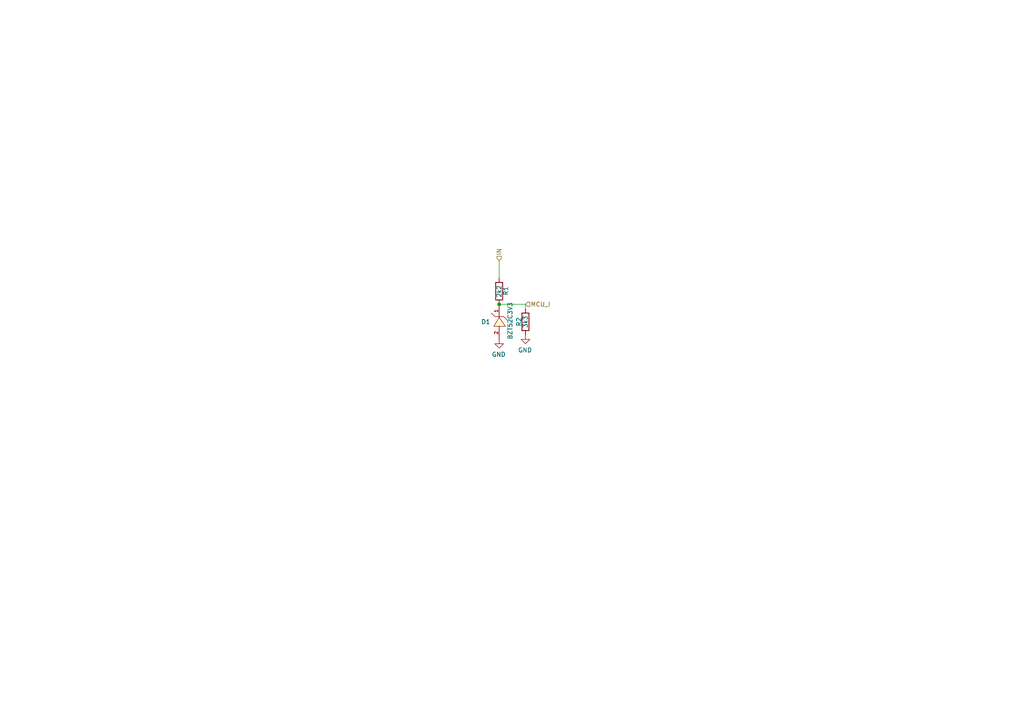
<source format=kicad_sch>
(kicad_sch (version 20230121) (generator eeschema)
  (paper "A4")
  (lib_symbols
    (symbol "3DS:BZT52C3V3_C2112" (pin_names hide)
      (property "Reference" "D" (at 0 1.27 0))
      (property "Value" "BZT52C3V3_C2112" (at 0 -2.54 0))
      (symbol "BZT52C3V3_C2112_0_0"
        (polyline (pts (xy -104.14 65.786) (xy -103.124 64.77) (xy -103.124 62.23) (xy -102.108 61.214)))
        (polyline (pts (xy -100.33 65.024) (xy -102.87 63.5) (xy -100.33 61.722) (xy -100.33 65.024)) (fill (type background)))
        (pin unspecified line (at -106.68 63.5 0) (length 3.81) (name "K") (number "1"))
        (pin unspecified line (at -96.52 63.5 180) (length 3.81) (name "A") (number "2"))
      )
    )
    (symbol "Device:R" (pin_numbers hide) (pin_names (offset 0))
      (property "Reference" "R" (at 2.032 0 90))
      (property "Value" "R" (at 0 0 90))
      (symbol "R_0_1"
        (rectangle (start -1.016 -2.54) (end 1.016 2.54) (stroke (width 0.254)))
      )
      (symbol "R_1_1"
        (pin passive line (at 0 3.81 270) (length 1.27) (name "~") (number "1"))
        (pin passive line (at 0 -3.81 90) (length 1.27) (name "~") (number "2"))
      )
    )
    (symbol "power:GND" (power) (pin_names (offset 0))
      (property "Value" "GND" (at 0 -3.81 0))
      (symbol "GND_0_1"
        (polyline (pts (xy 0 0) (xy 0 -1.27) (xy 1.27 -1.27) (xy 0 -2.54) (xy -1.27 -1.27) (xy 0 -1.27)))
      )
      (symbol "GND_1_1"
        (pin power_in line (at 0 0 270) (length 0) hide (name "GND") (number "1"))
      )
    )
  )
  (junction (at 144.78 88.265))
  (wire (pts (xy 144.78 75.565) (xy 144.78 80.645)))
  (wire (pts (xy 152.4 88.265) (xy 152.4 89.535)))
  (wire (pts (xy 144.78 88.265) (xy 152.4 88.265)))
  (hierarchical_label "MCU_I" (shape input) (at 152.4 88.265 0))
  (hierarchical_label "IN" (shape input) (at 144.78 75.565 90))
  (symbol (lib_id "3DS:BZT52C3V3_C2112") (at 208.28 194.945 90) (mirror x) (unit 1)
    (property "Reference" "D2" (at 142.24 93.345 90) (effects (justify left)))
    (property "Value" "BZT52C3V3" (at 147.955 87.63 0) (effects (justify left)))
    (property "Footprint" "3DS:SOD-123_L2.8-W1.8-LS3.7-RD" (effects hide))
    (property "Datasheet" "https://item.szlcsc.com/301422.html" (effects hide))
    (property "LCSC" "C2112" (effects hide))
    (instances (project "DousFAN" (path "" (reference "D1") (unit 1)) (path "" (reference "D2") (unit 1)) (path "" (reference "D3") (unit 1)) (path "" (reference "D4") (unit 1)) (path "" (reference "D5") (unit 1)) (path "" (reference "D6") (unit 1)) (path "" (reference "D8") (unit 1)) (path "" (reference "D7") (unit 1)) (path "" (reference "D9") (unit 1)) (path "" (reference "D10") (unit 1))) (project "TR_ctrl_board" (path "" (reference "D1") (unit 1))) (project "IO_module_Master" (path "" (reference "D28") (unit 1)) (path "" (reference "D10") (unit 1)) (path "" (reference "D15") (unit 1)) (path "" (reference "D17") (unit 1)) (path "" (reference "D19") (unit 1)) (path "" (reference "D1") (unit 1)) (path "" (reference "D20") (unit 1))))
  )
  (symbol (lib_id "power:GND") (at 152.4 97.155 0) (mirror y) (unit 1)
    (property "Reference" "#PWR08" (effects hide))
    (property "Value" "GND" (at 152.273 101.5492 0))
    (instances (project "DousFAN" (path "" (reference "#PWR02") (unit 1)) (path "" (reference "#PWR016") (unit 1)) (path "" (reference "#PWR022") (unit 1)) (path "" (reference "#PWR028") (unit 1)) (path "" (reference "#PWR038") (unit 1)) (path "" (reference "#PWR040") (unit 1)) (path "" (reference "#PWR060") (unit 1)) (path "" (reference "#PWR058") (unit 1)) (path "" (reference "#PWR062") (unit 1)) (path "" (reference "#PWR064") (unit 1))) (project "TR_ctrl_board" (path "" (reference "#PWR041") (unit 1))) (project "IO_module_Master" (path "" (reference "#PWR0159") (unit 1)) (path "" (reference "#PWR090") (unit 1)) (path "" (reference "#PWR096") (unit 1)) (path "" (reference "#PWR0100") (unit 1)) (path "" (reference "#PWR0104") (unit 1)) (path "" (reference "#PWR0156") (unit 1)) (path "" (reference "#PWR0106") (unit 1))))
  )
  (symbol (lib_id "power:GND") (at 144.78 98.425 0) (mirror y) (unit 1)
    (property "Reference" "#PWR07" (effects hide))
    (property "Value" "GND" (at 144.653 102.8192 0))
    (instances (project "DousFAN" (path "" (reference "#PWR01") (unit 1)) (path "" (reference "#PWR015") (unit 1)) (path "" (reference "#PWR021") (unit 1)) (path "" (reference "#PWR027") (unit 1)) (path "" (reference "#PWR037") (unit 1)) (path "" (reference "#PWR039") (unit 1)) (path "" (reference "#PWR059") (unit 1)) (path "" (reference "#PWR057") (unit 1)) (path "" (reference "#PWR061") (unit 1)) (path "" (reference "#PWR063") (unit 1))) (project "TR_ctrl_board" (path "" (reference "#PWR041") (unit 1))) (project "IO_module_Master" (path "" (reference "#PWR0158") (unit 1)) (path "" (reference "#PWR089") (unit 1)) (path "" (reference "#PWR093") (unit 1)) (path "" (reference "#PWR099") (unit 1)) (path "" (reference "#PWR0103") (unit 1)) (path "" (reference "#PWR036") (unit 1)) (path "" (reference "#PWR0105") (unit 1))))
  )
  (symbol (lib_id "Device:R") (at 152.4 93.345 0) (mirror y) (unit 1)
    (property "Reference" "R6" (at 150.495 93.345 90))
    (property "Value" "3k3" (at 152.4 93.345 90))
    (property "Footprint" "Resistor_SMD:R_0603_1608Metric" (effects hide))
    (property "LCSC" "C22978" (effects hide))
    (instances (project "DousFAN" (path "" (reference "R2") (unit 1)) (path "" (reference "R8") (unit 1)) (path "" (reference "R12") (unit 1)) (path "" (reference "R16") (unit 1)) (path "" (reference "R22") (unit 1)) (path "" (reference "R24") (unit 1)) (path "" (reference "R36") (unit 1)) (path "" (reference "R34") (unit 1)) (path "" (reference "R38") (unit 1)) (path "" (reference "R40") (unit 1))) (project "TR_ctrl_board" (path "" (reference "R21") (unit 1))) (project "IO_module_Master" (path "" (reference "R62") (unit 1)) (path "" (reference "R37") (unit 1)) (path "" (reference "R43") (unit 1)) (path "" (reference "R47") (unit 1)) (path "" (reference "R51") (unit 1)) (path "" (reference "R9") (unit 1)) (path "" (reference "R56") (unit 1))))
  )
  (symbol (lib_id "Device:R") (at 144.78 84.455 0) (mirror y) (unit 1)
    (property "Reference" "R5" (at 146.685 85.725 90) (effects (justify left)))
    (property "Value" "2k2" (at 144.78 86.36 90) (effects (justify left)))
    (property "Footprint" "Resistor_SMD:R_1206_3216Metric" (effects hide))
    (property "LCSC" "C17948" (effects hide))
    (instances (project "DousFAN" (path "" (reference "R1") (unit 1)) (path "" (reference "R7") (unit 1)) (path "" (reference "R11") (unit 1)) (path "" (reference "R15") (unit 1)) (path "" (reference "R21") (unit 1)) (path "" (reference "R23") (unit 1)) (path "" (reference "R35") (unit 1)) (path "" (reference "R33") (unit 1)) (path "" (reference "R37") (unit 1)) (path "" (reference "R39") (unit 1))) (project "TR_ctrl_board" (path "" (reference "R25") (unit 1))) (project "IO_module_Master" (path "" (reference "R61") (unit 1)) (path "" (reference "R35") (unit 1)) (path "" (reference "R42") (unit 1)) (path "" (reference "R46") (unit 1)) (path "" (reference "R50") (unit 1)) (path "" (reference "R7") (unit 1)) (path "" (reference "R55") (unit 1))))
  )
)
</source>
